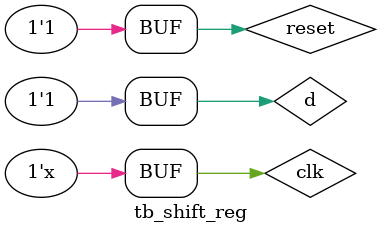
<source format=v>
module tb_shift_reg;
    reg clk;
    reg reset;
    reg d;
    wire [3:0] q;

    shift_reg uut_shift_reg(
        .clk(clk),
        .reset(reset),
        .d(d),
        .q(q)
    );

    initial clk = 1'b0;
    always #5 clk = ~clk;

    initial begin
        reset = 1'b0;
        #10 reset = 1'b1;

        d = 1'b0;
        #10;

        d = 1'b1;
        #10;

        d = 1'b0;
        #10;

        d = 1'b1;
        #10;
    end
endmodule

</source>
